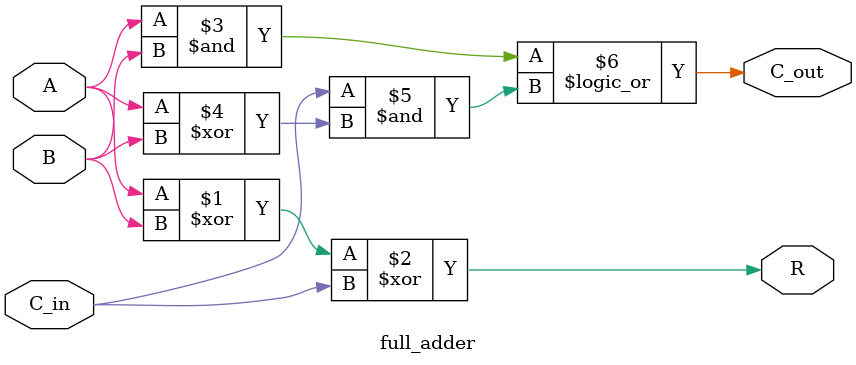
<source format=sv>
/*
Full Adder
15/03/24
*/
module full_adder (
		input  logic A,
		input  logic B,
		input  logic C_in,
		output logic R,
		output logic C_out
	);

	assign R = (A ^ B) ^ C_in;
	assign C_out = (A & B) || (C_in & (A ^ B));

endmodule

</source>
